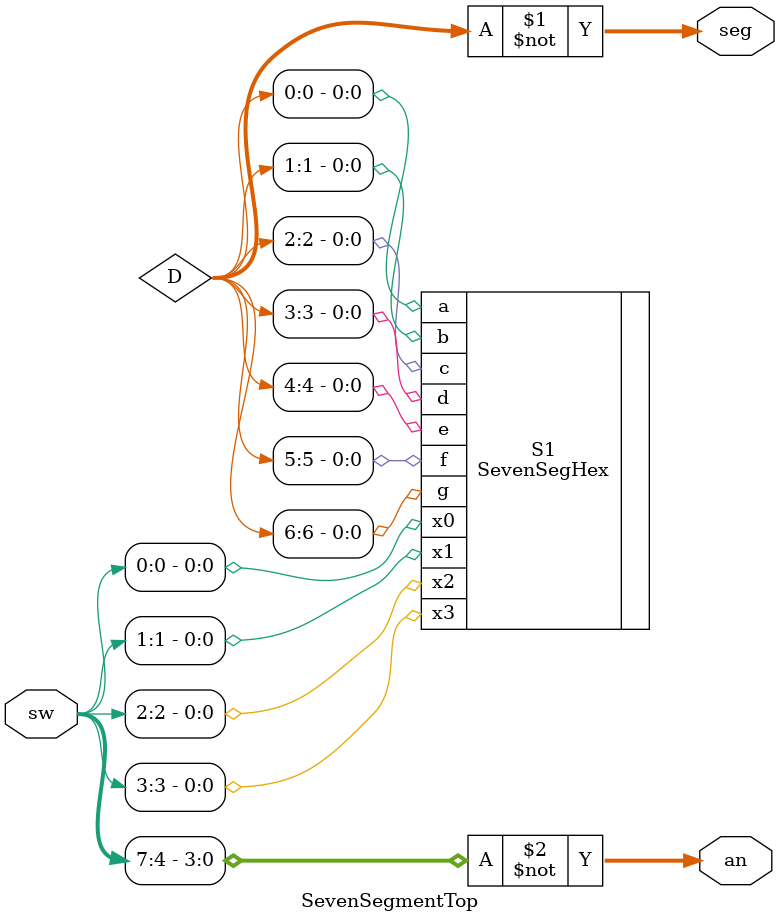
<source format=v>
module SevenSegmentTop(
    output [6:0] seg ,
    output [3:0] an ,
    input [7:0] sw
    );
    
    wire [6:0] D;
    // If using HEX as well, assign seg = ~D, and comment out NAN lines
    assign seg = ~D;
    assign an = ~sw[7:4];
    SevenSegHex S1(
    .x3(sw[3]),
    .x2(sw[2]),
    .x1(sw[1]),
    .x0(sw[0]),
    .a(D[0]),    
    .b(D[1]),
    .c(D[2]),
    .d(D[3]),
    .e(D[4]),
    .f(D[5]),
    .g(D[6])
    );
endmodule
</source>
